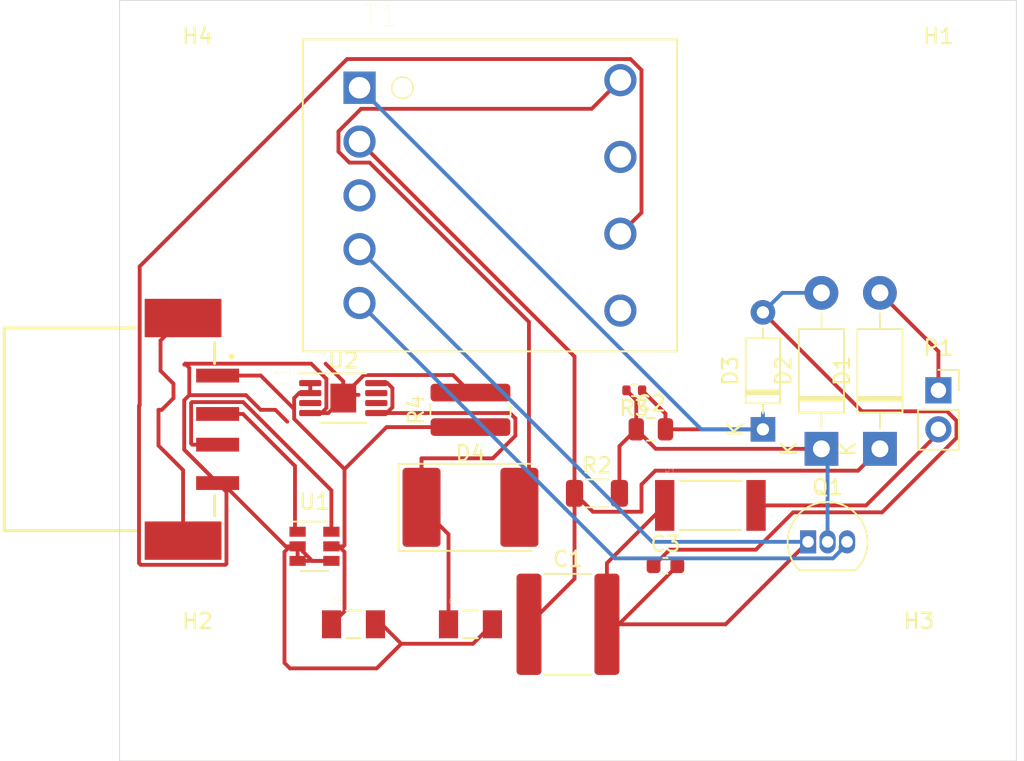
<source format=kicad_pcb>
(kicad_pcb (version 20171130) (host pcbnew "(5.1.9)-1")

  (general
    (thickness 1.6)
    (drawings 4)
    (tracks 174)
    (zones 0)
    (modules 23)
    (nets 21)
  )

  (page A4)
  (layers
    (0 F.Cu signal)
    (31 B.Cu signal)
    (32 B.Adhes user)
    (33 F.Adhes user)
    (34 B.Paste user)
    (35 F.Paste user)
    (36 B.SilkS user)
    (37 F.SilkS user)
    (38 B.Mask user)
    (39 F.Mask user)
    (40 Dwgs.User user)
    (41 Cmts.User user)
    (42 Eco1.User user)
    (43 Eco2.User user)
    (44 Edge.Cuts user)
    (45 Margin user)
    (46 B.CrtYd user)
    (47 F.CrtYd user)
    (48 B.Fab user)
    (49 F.Fab user)
  )

  (setup
    (last_trace_width 0.25)
    (trace_clearance 0.2)
    (zone_clearance 0.508)
    (zone_45_only no)
    (trace_min 0.2)
    (via_size 0.8)
    (via_drill 0.4)
    (via_min_size 0.4)
    (via_min_drill 0.3)
    (uvia_size 0.3)
    (uvia_drill 0.1)
    (uvias_allowed no)
    (uvia_min_size 0.2)
    (uvia_min_drill 0.1)
    (edge_width 0.05)
    (segment_width 0.2)
    (pcb_text_width 0.3)
    (pcb_text_size 1.5 1.5)
    (mod_edge_width 0.12)
    (mod_text_size 1 1)
    (mod_text_width 0.15)
    (pad_size 1.524 1.524)
    (pad_drill 0.762)
    (pad_to_mask_clearance 0)
    (aux_axis_origin 0 0)
    (visible_elements 7FFFFFFF)
    (pcbplotparams
      (layerselection 0x010fc_ffffffff)
      (usegerberextensions false)
      (usegerberattributes true)
      (usegerberadvancedattributes true)
      (creategerberjobfile true)
      (excludeedgelayer true)
      (linewidth 0.100000)
      (plotframeref false)
      (viasonmask false)
      (mode 1)
      (useauxorigin false)
      (hpglpennumber 1)
      (hpglpenspeed 20)
      (hpglpendiameter 15.000000)
      (psnegative false)
      (psa4output false)
      (plotreference true)
      (plotvalue true)
      (plotinvisibletext false)
      (padsonsilk false)
      (subtractmaskfromsilk false)
      (outputformat 1)
      (mirror false)
      (drillshape 0)
      (scaleselection 1)
      (outputdirectory ""))
  )

  (net 0 "")
  (net 1 "Net-(C1-Pad2)")
  (net 2 "Net-(C1-Pad1)")
  (net 3 "Net-(C2-Pad2)")
  (net 4 "Net-(C2-Pad1)")
  (net 5 "Net-(C3-Pad1)")
  (net 6 "Net-(C4-Pad2)")
  (net 7 "Net-(C4-Pad1)")
  (net 8 "Net-(D1-Pad2)")
  (net 9 "Net-(D4-Pad2)")
  (net 10 "Net-(P1-Pad2)")
  (net 11 "Net-(Q1-Pad3)")
  (net 12 "Net-(J1-PadS1)")
  (net 13 "Net-(J1-Pad03)")
  (net 14 "Net-(J1-Pad02)")
  (net 15 "Net-(T1-Pad6)")
  (net 16 "Net-(T1-Pad8)")
  (net 17 "Net-(C5-Pad1)")
  (net 18 "Net-(U2-Pad7)")
  (net 19 "Net-(U2-Pad6)")
  (net 20 "Net-(U2-Pad3)")

  (net_class Default "This is the default net class."
    (clearance 0.2)
    (trace_width 0.25)
    (via_dia 0.8)
    (via_drill 0.4)
    (uvia_dia 0.3)
    (uvia_drill 0.1)
    (add_net "Net-(C1-Pad1)")
    (add_net "Net-(C1-Pad2)")
    (add_net "Net-(C2-Pad1)")
    (add_net "Net-(C2-Pad2)")
    (add_net "Net-(C3-Pad1)")
    (add_net "Net-(C4-Pad1)")
    (add_net "Net-(C4-Pad2)")
    (add_net "Net-(C5-Pad1)")
    (add_net "Net-(D1-Pad2)")
    (add_net "Net-(D4-Pad2)")
    (add_net "Net-(J1-Pad02)")
    (add_net "Net-(J1-Pad03)")
    (add_net "Net-(J1-PadS1)")
    (add_net "Net-(P1-Pad2)")
    (add_net "Net-(Q1-Pad3)")
    (add_net "Net-(T1-Pad6)")
    (add_net "Net-(T1-Pad8)")
    (add_net "Net-(U2-Pad3)")
    (add_net "Net-(U2-Pad6)")
    (add_net "Net-(U2-Pad7)")
  )

  (module Package_SO:MSOP-8-1EP_3x3mm_P0.65mm_EP1.68x1.88mm (layer F.Cu) (tedit 5DC5FE75) (tstamp 603A1AA8)
    (at 130.145001 83.055001)
    (descr "MSOP, 8 Pin (https://www.analog.com/media/en/technical-documentation/data-sheets/4440fb.pdf#page=13), generated with kicad-footprint-generator ipc_gullwing_generator.py")
    (tags "MSOP SO")
    (path /603A1F82)
    (attr smd)
    (fp_text reference U2 (at 0 -2.45) (layer F.SilkS)
      (effects (font (size 1 1) (thickness 0.15)))
    )
    (fp_text value LT3010-5 (at 0 2.45) (layer F.Fab)
      (effects (font (size 1 1) (thickness 0.15)))
    )
    (fp_text user %R (at 0 0) (layer F.Fab)
      (effects (font (size 0.75 0.75) (thickness 0.11)))
    )
    (fp_line (start 0 1.61) (end 1.5 1.61) (layer F.SilkS) (width 0.12))
    (fp_line (start 0 1.61) (end -1.5 1.61) (layer F.SilkS) (width 0.12))
    (fp_line (start 0 -1.61) (end 1.5 -1.61) (layer F.SilkS) (width 0.12))
    (fp_line (start 0 -1.61) (end -2.875 -1.61) (layer F.SilkS) (width 0.12))
    (fp_line (start -0.75 -1.5) (end 1.5 -1.5) (layer F.Fab) (width 0.1))
    (fp_line (start 1.5 -1.5) (end 1.5 1.5) (layer F.Fab) (width 0.1))
    (fp_line (start 1.5 1.5) (end -1.5 1.5) (layer F.Fab) (width 0.1))
    (fp_line (start -1.5 1.5) (end -1.5 -0.75) (layer F.Fab) (width 0.1))
    (fp_line (start -1.5 -0.75) (end -0.75 -1.5) (layer F.Fab) (width 0.1))
    (fp_line (start -3.12 -1.75) (end -3.12 1.75) (layer F.CrtYd) (width 0.05))
    (fp_line (start -3.12 1.75) (end 3.12 1.75) (layer F.CrtYd) (width 0.05))
    (fp_line (start 3.12 1.75) (end 3.12 -1.75) (layer F.CrtYd) (width 0.05))
    (fp_line (start 3.12 -1.75) (end -3.12 -1.75) (layer F.CrtYd) (width 0.05))
    (pad "" smd roundrect (at 0.42 0.47) (size 0.68 0.76) (layers F.Paste) (roundrect_rratio 0.25))
    (pad "" smd roundrect (at 0.42 -0.47) (size 0.68 0.76) (layers F.Paste) (roundrect_rratio 0.25))
    (pad "" smd roundrect (at -0.42 0.47) (size 0.68 0.76) (layers F.Paste) (roundrect_rratio 0.25))
    (pad "" smd roundrect (at -0.42 -0.47) (size 0.68 0.76) (layers F.Paste) (roundrect_rratio 0.25))
    (pad 9 smd rect (at 0 0) (size 1.68 1.88) (layers F.Cu F.Mask)
      (net 6 "Net-(C4-Pad2)"))
    (pad 8 smd roundrect (at 2.15 -0.975) (size 1.45 0.4) (layers F.Cu F.Paste F.Mask) (roundrect_rratio 0.25)
      (net 7 "Net-(C4-Pad1)"))
    (pad 7 smd roundrect (at 2.15 -0.325) (size 1.45 0.4) (layers F.Cu F.Paste F.Mask) (roundrect_rratio 0.25)
      (net 18 "Net-(U2-Pad7)"))
    (pad 6 smd roundrect (at 2.15 0.325) (size 1.45 0.4) (layers F.Cu F.Paste F.Mask) (roundrect_rratio 0.25)
      (net 19 "Net-(U2-Pad6)"))
    (pad 5 smd roundrect (at 2.15 0.975) (size 1.45 0.4) (layers F.Cu F.Paste F.Mask) (roundrect_rratio 0.25)
      (net 7 "Net-(C4-Pad1)"))
    (pad 4 smd roundrect (at -2.15 0.975) (size 1.45 0.4) (layers F.Cu F.Paste F.Mask) (roundrect_rratio 0.25)
      (net 6 "Net-(C4-Pad2)"))
    (pad 3 smd roundrect (at -2.15 0.325) (size 1.45 0.4) (layers F.Cu F.Paste F.Mask) (roundrect_rratio 0.25)
      (net 20 "Net-(U2-Pad3)"))
    (pad 2 smd roundrect (at -2.15 -0.325) (size 1.45 0.4) (layers F.Cu F.Paste F.Mask) (roundrect_rratio 0.25)
      (net 17 "Net-(C5-Pad1)"))
    (pad 1 smd roundrect (at -2.15 -0.975) (size 1.45 0.4) (layers F.Cu F.Paste F.Mask) (roundrect_rratio 0.25)
      (net 17 "Net-(C5-Pad1)"))
    (model ${KISYS3DMOD}/Package_SO.3dshapes/MSOP-8-1EP_3x3mm_P0.65mm_EP1.68x1.88mm.wrl
      (at (xyz 0 0 0))
      (scale (xyz 1 1 1))
      (rotate (xyz 0 0 0))
    )
  )

  (module Resistor_SMD:R_1020_2550Metric (layer F.Cu) (tedit 5F68FEEE) (tstamp 603A1AF4)
    (at 138.43 83.82 90)
    (descr "Resistor SMD 1020 (2550 Metric), square (rectangular) end terminal, IPC_7351 nominal, (Body size source: https://www.vishay.com/docs/20019/rcwe.pdf), generated with kicad-footprint-generator")
    (tags resistor)
    (path /603A767A)
    (attr smd)
    (fp_text reference R4 (at 0 -3.55 90) (layer F.SilkS)
      (effects (font (size 1 1) (thickness 0.15)))
    )
    (fp_text value 1Meg (at 0 3.55 90) (layer F.Fab)
      (effects (font (size 1 1) (thickness 0.15)))
    )
    (fp_text user %R (at 0 0 90) (layer F.Fab)
      (effects (font (size 0.62 0.62) (thickness 0.09)))
    )
    (fp_line (start -1.25 2.5) (end -1.25 -2.5) (layer F.Fab) (width 0.1))
    (fp_line (start -1.25 -2.5) (end 1.25 -2.5) (layer F.Fab) (width 0.1))
    (fp_line (start 1.25 -2.5) (end 1.25 2.5) (layer F.Fab) (width 0.1))
    (fp_line (start 1.25 2.5) (end -1.25 2.5) (layer F.Fab) (width 0.1))
    (fp_line (start -0.361252 -2.61) (end 0.361252 -2.61) (layer F.SilkS) (width 0.12))
    (fp_line (start -0.361252 2.61) (end 0.361252 2.61) (layer F.SilkS) (width 0.12))
    (fp_line (start -1.95 2.85) (end -1.95 -2.85) (layer F.CrtYd) (width 0.05))
    (fp_line (start -1.95 -2.85) (end 1.95 -2.85) (layer F.CrtYd) (width 0.05))
    (fp_line (start 1.95 -2.85) (end 1.95 2.85) (layer F.CrtYd) (width 0.05))
    (fp_line (start 1.95 2.85) (end -1.95 2.85) (layer F.CrtYd) (width 0.05))
    (pad 2 smd roundrect (at 1.125 0 90) (size 1.15 5.2) (layers F.Cu F.Paste F.Mask) (roundrect_rratio 0.217391)
      (net 6 "Net-(C4-Pad2)"))
    (pad 1 smd roundrect (at -1.125 0 90) (size 1.15 5.2) (layers F.Cu F.Paste F.Mask) (roundrect_rratio 0.217391)
      (net 17 "Net-(C5-Pad1)"))
    (model ${KISYS3DMOD}/Resistor_SMD.3dshapes/R_1020_2550Metric.wrl
      (at (xyz 0 0 0))
      (scale (xyz 1 1 1))
      (rotate (xyz 0 0 0))
    )
  )

  (module "750313739:5_THT_H_9PIN_EXT_(5280)" (layer F.Cu) (tedit 6039D995) (tstamp 603A1EE0)
    (at 139.7 69.85)
    (descr "Package Style: EE16/8/5<br>Mounting: THT<br>Pins: 9<br>Bobbin: 070-5280")
    (path /603A38A0)
    (fp_text reference T1 (at -7.112 -11.684) (layer F.SilkS)
      (effects (font (size 1.4 1.4) (thickness 0.015)))
    )
    (fp_text value 750313739 (at 7.493 11.43) (layer F.Fab)
      (effects (font (size 1 1) (thickness 0.015)))
    )
    (fp_circle (center -5.7023 -7.0104) (end -5.0038 -7.0104) (layer F.SilkS) (width 0.1))
    (fp_line (start 12.192 -10.16) (end 12.192 10.16) (layer F.SilkS) (width 0.127))
    (fp_line (start -12.192 -10.16) (end -12.192 10.16) (layer F.SilkS) (width 0.127))
    (fp_line (start -12.192 10.16) (end 12.192 10.16) (layer F.SilkS) (width 0.127))
    (fp_line (start -12.192 -10.16) (end 12.192 -10.16) (layer F.SilkS) (width 0.127))
    (fp_text user 9 (at 13.462 -6.8072) (layer F.Fab)
      (effects (font (size 1 1) (thickness 0.015)))
    )
    (fp_text user 6 (at 13.462 8.2042) (layer F.Fab)
      (effects (font (size 1 1) (thickness 0.015)))
    )
    (fp_text user 5 (at -13.462 7.7089) (layer F.Fab)
      (effects (font (size 1 1) (thickness 0.015)))
    )
    (fp_text user 1 (at -13.462 -6.3119) (layer F.Fab)
      (effects (font (size 1 1) (thickness 0.015)))
    )
    (pad 6 thru_hole circle (at 8.4963 7.5057) (size 2.0955 2.0955) (drill 1.397) (layers *.Cu *.Mask)
      (net 15 "Net-(T1-Pad6)"))
    (pad 7 thru_hole circle (at 8.4963 2.5019) (size 2.0955 2.0955) (drill 1.397) (layers *.Cu *.Mask)
      (net 6 "Net-(C4-Pad2)"))
    (pad 8 thru_hole circle (at 8.4963 -2.5019) (size 2.0955 2.0955) (drill 1.397) (layers *.Cu *.Mask)
      (net 16 "Net-(T1-Pad8)"))
    (pad 9 thru_hole circle (at 8.4963 -7.5057) (size 2.0955 2.0955) (drill 1.397) (layers *.Cu *.Mask)
      (net 9 "Net-(D4-Pad2)"))
    (pad 5 thru_hole circle (at -8.4963 7.0104) (size 2.0955 2.0955) (drill 1.397) (layers *.Cu *.Mask)
      (net 11 "Net-(Q1-Pad3)"))
    (pad 4 thru_hole circle (at -8.4963 3.5052) (size 2.0955 2.0955) (drill 1.397) (layers *.Cu *.Mask)
      (net 1 "Net-(C1-Pad2)"))
    (pad 3 thru_hole circle (at -8.4963 0) (size 2.0955 2.0955) (drill 1.397) (layers *.Cu *.Mask))
    (pad 2 thru_hole circle (at -8.4963 -3.5052) (size 2.0955 2.0955) (drill 1.397) (layers *.Cu *.Mask)
      (net 2 "Net-(C1-Pad1)"))
    (pad 1 thru_hole rect (at -8.4963 -7.0104) (size 2.0955 2.0955) (drill 1.397) (layers *.Cu *.Mask)
      (net 3 "Net-(C2-Pad2)"))
    (model "${KIPRJMOD}/User Library-transformer-1.step"
      (offset (xyz 12 0 10))
      (scale (xyz 0.5 0.6 0.5))
      (rotate (xyz 0 180 90))
    )
    (model "${KIPRJMOD}/750313739/User Library-transformer-1.step"
      (offset (xyz 13 0 10))
      (scale (xyz 0.5 0.58 0.5))
      (rotate (xyz 0 180 90))
    )
  )

  (module GRM31A7U2J330JW31D:CAPC3216X100N (layer F.Cu) (tedit 6039D4CB) (tstamp 603A39E1)
    (at 130.81 97.79)
    (path /603BCE05)
    (fp_text reference C5 (at -1.06 -1.5) (layer F.SilkS)
      (effects (font (size 0.393701 0.393701) (thickness 0.015)))
    )
    (fp_text value 1u (at 0.94 1.5) (layer F.Fab)
      (effects (font (size 0.393701 0.393701) (thickness 0.015)))
    )
    (fp_line (start 2.308 1.158) (end 2.308 -1.158) (layer F.CrtYd) (width 0.05))
    (fp_line (start -2.308 1.158) (end -2.308 -1.158) (layer F.CrtYd) (width 0.05))
    (fp_line (start -2.308 -1.158) (end 2.308 -1.158) (layer F.CrtYd) (width 0.05))
    (fp_line (start -2.308 1.158) (end 2.308 1.158) (layer F.CrtYd) (width 0.05))
    (fp_line (start -0.48 0.9) (end 0.48 0.9) (layer F.SilkS) (width 0.127))
    (fp_line (start -0.48 -0.9) (end 0.48 -0.9) (layer F.SilkS) (width 0.127))
    (fp_line (start -1.7 0.9) (end -1.7 -0.9) (layer F.Fab) (width 0.127))
    (fp_line (start 1.7 0.9) (end 1.7 -0.9) (layer F.Fab) (width 0.127))
    (fp_line (start 1.7 -0.9) (end -1.7 -0.9) (layer F.Fab) (width 0.127))
    (fp_line (start 1.7 0.9) (end -1.7 0.9) (layer F.Fab) (width 0.127))
    (pad 2 smd rect (at 1.43 0) (size 1.25 1.82) (layers F.Cu F.Paste F.Mask)
      (net 6 "Net-(C4-Pad2)"))
    (pad 1 smd rect (at -1.43 0) (size 1.25 1.82) (layers F.Cu F.Paste F.Mask)
      (net 17 "Net-(C5-Pad1)"))
    (model ${KIPRJMOD}/GRM31A7U2J330JW31D/GRM31A7U2J330JW31D.step
      (at (xyz 0 0 0))
      (scale (xyz 1 1 1))
      (rotate (xyz -90 0 0))
    )
  )

  (module GRM31A7U2J330JW31D:CAPC3216X100N (layer F.Cu) (tedit 6039D4CB) (tstamp 6039706E)
    (at 138.43 97.79)
    (path /60377E5B)
    (fp_text reference C4 (at -1.06 -1.5) (layer F.SilkS)
      (effects (font (size 0.393701 0.393701) (thickness 0.015)))
    )
    (fp_text value 470u (at 0.94 1.5) (layer F.Fab)
      (effects (font (size 0.393701 0.393701) (thickness 0.015)))
    )
    (fp_line (start 2.308 1.158) (end 2.308 -1.158) (layer F.CrtYd) (width 0.05))
    (fp_line (start -2.308 1.158) (end -2.308 -1.158) (layer F.CrtYd) (width 0.05))
    (fp_line (start -2.308 -1.158) (end 2.308 -1.158) (layer F.CrtYd) (width 0.05))
    (fp_line (start -2.308 1.158) (end 2.308 1.158) (layer F.CrtYd) (width 0.05))
    (fp_line (start -0.48 0.9) (end 0.48 0.9) (layer F.SilkS) (width 0.127))
    (fp_line (start -0.48 -0.9) (end 0.48 -0.9) (layer F.SilkS) (width 0.127))
    (fp_line (start -1.7 0.9) (end -1.7 -0.9) (layer F.Fab) (width 0.127))
    (fp_line (start 1.7 0.9) (end 1.7 -0.9) (layer F.Fab) (width 0.127))
    (fp_line (start 1.7 -0.9) (end -1.7 -0.9) (layer F.Fab) (width 0.127))
    (fp_line (start 1.7 0.9) (end -1.7 0.9) (layer F.Fab) (width 0.127))
    (pad 2 smd rect (at 1.43 0) (size 1.25 1.82) (layers F.Cu F.Paste F.Mask)
      (net 6 "Net-(C4-Pad2)"))
    (pad 1 smd rect (at -1.43 0) (size 1.25 1.82) (layers F.Cu F.Paste F.Mask)
      (net 7 "Net-(C4-Pad1)"))
    (model ${KIPRJMOD}/GRM31A7U2J330JW31D/GRM31A7U2J330JW31D.step
      (at (xyz 0 0 0))
      (scale (xyz 1 1 1))
      (rotate (xyz -90 0 0))
    )
  )

  (module MountingHole:MountingHole_2.2mm_M2_ISO7380 (layer F.Cu) (tedit 56D1B4CB) (tstamp 60393FF9)
    (at 120.65 62.23)
    (descr "Mounting Hole 2.2mm, no annular, M2, ISO7380")
    (tags "mounting hole 2.2mm no annular m2 iso7380")
    (path /60394284)
    (attr virtual)
    (fp_text reference H4 (at 0 -2.75) (layer F.SilkS)
      (effects (font (size 1 1) (thickness 0.15)))
    )
    (fp_text value MountingHole (at 0 2.75) (layer F.Fab)
      (effects (font (size 1 1) (thickness 0.15)))
    )
    (fp_circle (center 0 0) (end 2 0) (layer F.CrtYd) (width 0.05))
    (fp_circle (center 0 0) (end 1.75 0) (layer Cmts.User) (width 0.15))
    (fp_text user %R (at 0.3 0) (layer F.Fab)
      (effects (font (size 1 1) (thickness 0.15)))
    )
    (pad 1 np_thru_hole circle (at 0 0) (size 2.2 2.2) (drill 2.2) (layers *.Cu *.Mask))
  )

  (module MountingHole:MountingHole_2.2mm_M2_ISO7380 (layer F.Cu) (tedit 56D1B4CB) (tstamp 60393FF1)
    (at 167.64 100.33)
    (descr "Mounting Hole 2.2mm, no annular, M2, ISO7380")
    (tags "mounting hole 2.2mm no annular m2 iso7380")
    (path /6038EEBC)
    (attr virtual)
    (fp_text reference H3 (at 0 -2.75) (layer F.SilkS)
      (effects (font (size 1 1) (thickness 0.15)))
    )
    (fp_text value MountingHole (at 0 2.75) (layer F.Fab)
      (effects (font (size 1 1) (thickness 0.15)))
    )
    (fp_circle (center 0 0) (end 2 0) (layer F.CrtYd) (width 0.05))
    (fp_circle (center 0 0) (end 1.75 0) (layer Cmts.User) (width 0.15))
    (fp_text user %R (at 0.3 0) (layer F.Fab)
      (effects (font (size 1 1) (thickness 0.15)))
    )
    (pad 1 np_thru_hole circle (at 0 0) (size 2.2 2.2) (drill 2.2) (layers *.Cu *.Mask))
  )

  (module MountingHole:MountingHole_2.2mm_M2_ISO7380 (layer F.Cu) (tedit 56D1B4CB) (tstamp 60393FE9)
    (at 120.65 100.33)
    (descr "Mounting Hole 2.2mm, no annular, M2, ISO7380")
    (tags "mounting hole 2.2mm no annular m2 iso7380")
    (path /603921A3)
    (attr virtual)
    (fp_text reference H2 (at 0 -2.75) (layer F.SilkS)
      (effects (font (size 1 1) (thickness 0.15)))
    )
    (fp_text value MountingHole (at 0 2.75) (layer F.Fab)
      (effects (font (size 1 1) (thickness 0.15)))
    )
    (fp_circle (center 0 0) (end 2 0) (layer F.CrtYd) (width 0.05))
    (fp_circle (center 0 0) (end 1.75 0) (layer Cmts.User) (width 0.15))
    (fp_text user %R (at 0.3 0) (layer F.Fab)
      (effects (font (size 1 1) (thickness 0.15)))
    )
    (pad 1 np_thru_hole circle (at 0 0) (size 2.2 2.2) (drill 2.2) (layers *.Cu *.Mask))
  )

  (module MountingHole:MountingHole_2.2mm_M2_ISO7380 (layer F.Cu) (tedit 56D1B4CB) (tstamp 60393FE1)
    (at 168.91 62.23)
    (descr "Mounting Hole 2.2mm, no annular, M2, ISO7380")
    (tags "mounting hole 2.2mm no annular m2 iso7380")
    (path /60393228)
    (attr virtual)
    (fp_text reference H1 (at 0 -2.75) (layer F.SilkS)
      (effects (font (size 1 1) (thickness 0.15)))
    )
    (fp_text value MountingHole (at 0 2.75) (layer F.Fab)
      (effects (font (size 1 1) (thickness 0.15)))
    )
    (fp_circle (center 0 0) (end 2 0) (layer F.CrtYd) (width 0.05))
    (fp_circle (center 0 0) (end 1.75 0) (layer Cmts.User) (width 0.15))
    (fp_text user %R (at 0.3 0) (layer F.Fab)
      (effects (font (size 1 1) (thickness 0.15)))
    )
    (pad 1 np_thru_hole circle (at 0 0) (size 2.2 2.2) (drill 2.2) (layers *.Cu *.Mask))
  )

  (module USB-A-S-X-X-SM2:SAMTEC_USB-A-S-X-X-SM2 (layer F.Cu) (tedit 603782C5) (tstamp 603970FE)
    (at 118.11 85.09 270)
    (path /6038DD6A)
    (fp_text reference J1 (at -3.325 -8.135 90) (layer F.SilkS)
      (effects (font (size 1 1) (thickness 0.015)))
    )
    (fp_text value USB-A-S-X-X-SM2 (at 7.47 -6.635 90) (layer F.Fab)
      (effects (font (size 1 1) (thickness 0.015)))
    )
    (fp_line (start 6.6 10.05) (end -6.6 10.05) (layer F.Fab) (width 0.1))
    (fp_line (start -6.6 10.05) (end -6.6 -3.65) (layer F.Fab) (width 0.1))
    (fp_line (start -6.6 -3.65) (end 6.6 -3.65) (layer F.Fab) (width 0.1))
    (fp_line (start 6.6 -3.65) (end 6.6 10.05) (layer F.Fab) (width 0.1))
    (fp_line (start -6.6 10.05) (end -6.6 1.5) (layer F.SilkS) (width 0.2))
    (fp_line (start 6.6 1.5) (end 6.6 10.05) (layer F.SilkS) (width 0.2))
    (fp_line (start 6.6 10.05) (end -6.6 10.05) (layer F.SilkS) (width 0.2))
    (fp_line (start 6.85 10.3) (end -6.85 10.3) (layer F.CrtYd) (width 0.05))
    (fp_line (start -6.85 10.3) (end -6.85 1.15) (layer F.CrtYd) (width 0.05))
    (fp_line (start -6.85 1.15) (end -8.75 1.15) (layer F.CrtYd) (width 0.05))
    (fp_line (start -8.75 1.15) (end -8.75 -5.5) (layer F.CrtYd) (width 0.05))
    (fp_line (start -8.75 -5.5) (end 8.75 -5.5) (layer F.CrtYd) (width 0.05))
    (fp_line (start 8.75 -5.5) (end 8.75 1.15) (layer F.CrtYd) (width 0.05))
    (fp_line (start 8.75 1.15) (end 6.85 1.15) (layer F.CrtYd) (width 0.05))
    (fp_line (start 6.85 1.15) (end 6.85 10.3) (layer F.CrtYd) (width 0.05))
    (fp_circle (center -4.75 -4.75) (end -4.65 -4.75) (layer F.SilkS) (width 0.2))
    (fp_circle (center -4.75 -4.75) (end -4.65 -4.75) (layer F.Fab) (width 0.2))
    (fp_line (start -5.65 -3.65) (end -4.3 -3.65) (layer F.SilkS) (width 0.2))
    (fp_line (start 4.3 -3.65) (end 5.65 -3.65) (layer F.SilkS) (width 0.2))
    (fp_text user PCB~EDGE (at -3.5 9.5 90) (layer F.Fab)
      (effects (font (size 0.8 0.8) (thickness 0.015)))
    )
    (pad S2 smd rect (at 7.25 -1.6 270) (size 2.5 5) (layers F.Cu F.Paste F.Mask)
      (net 12 "Net-(J1-PadS1)"))
    (pad S1 smd rect (at -7.25 -1.6 270) (size 2.5 5) (layers F.Cu F.Paste F.Mask)
      (net 12 "Net-(J1-PadS1)"))
    (pad 03 smd rect (at 1 -3.85 270) (size 0.9 2.8) (layers F.Cu F.Paste F.Mask)
      (net 13 "Net-(J1-Pad03)"))
    (pad 01 smd rect (at -3.5 -3.85 270) (size 0.9 2.8) (layers F.Cu F.Paste F.Mask)
      (net 17 "Net-(C5-Pad1)"))
    (pad 02 smd rect (at -1 -3.85 270) (size 0.9 2.8) (layers F.Cu F.Paste F.Mask)
      (net 14 "Net-(J1-Pad02)"))
    (pad 04 smd rect (at 3.5 -3.85 270) (size 0.9 2.8) (layers F.Cu F.Paste F.Mask)
      (net 6 "Net-(C4-Pad2)"))
    (pad None np_thru_hole circle (at 2.5 0 270) (size 1.3 1.3) (drill 1.3) (layers *.Cu *.Mask))
    (pad None np_thru_hole circle (at -2.5 0 270) (size 1.3 1.3) (drill 1.3) (layers *.Cu *.Mask))
    (model ${KIPRJMOD}/USB-A-S-X-X-SM2/USB-A-S-X-X-SM2.step
      (at (xyz 0 0 0))
      (scale (xyz 1 1 1))
      (rotate (xyz -90 0 0))
    )
  )

  (module TL3AR005F:RESC6432X60N (layer F.Cu) (tedit 603782DA) (tstamp 60397136)
    (at 154.056 90.046)
    (path /60353FC0)
    (fp_text reference R1 (at -2.61 -2.2) (layer F.SilkS)
      (effects (font (size 0.393701 0.393701) (thickness 0.015)))
    )
    (fp_text value 6.8 (at -0.86 2.2) (layer F.Fab)
      (effects (font (size 0.393701 0.393701) (thickness 0.015)))
    )
    (fp_line (start 3.2 1.6) (end -3.2 1.6) (layer F.Fab) (width 0.127))
    (fp_line (start 3.2 -1.6) (end -3.2 -1.6) (layer F.Fab) (width 0.127))
    (fp_line (start 3.2 1.6) (end 3.2 -1.6) (layer F.Fab) (width 0.127))
    (fp_line (start -3.2 1.6) (end -3.2 -1.6) (layer F.Fab) (width 0.127))
    (fp_line (start -2.02 -1.6) (end 2.02 -1.6) (layer F.SilkS) (width 0.127))
    (fp_line (start -2.02 1.6) (end 2.02 1.6) (layer F.SilkS) (width 0.127))
    (fp_line (start -3.856 1.906) (end 3.856 1.906) (layer F.CrtYd) (width 0.05))
    (fp_line (start -3.856 -1.906) (end 3.856 -1.906) (layer F.CrtYd) (width 0.05))
    (fp_line (start -3.856 1.906) (end -3.856 -1.906) (layer F.CrtYd) (width 0.05))
    (fp_line (start 3.856 1.906) (end 3.856 -1.906) (layer F.CrtYd) (width 0.05))
    (pad 2 smd rect (at 2.975 0) (size 1.26 3.31) (layers F.Cu F.Paste F.Mask)
      (net 10 "Net-(P1-Pad2)"))
    (pad 1 smd rect (at -2.975 0) (size 1.26 3.31) (layers F.Cu F.Paste F.Mask)
      (net 1 "Net-(C1-Pad2)"))
    (model ${KIPRJMOD}/TL3AR005F/TL3AR005F.step
      (at (xyz 0 0 0))
      (scale (xyz 1 1 1))
      (rotate (xyz -90 0 0))
    )
  )

  (module Package_TO_SOT_SMD:SOT-23-6 (layer F.Cu) (tedit 5A02FF57) (tstamp 60397188)
    (at 128.27 92.71)
    (descr "6-pin SOT-23 package")
    (tags SOT-23-6)
    (path /60384618)
    (attr smd)
    (fp_text reference U1 (at 0 -2.9) (layer F.SilkS)
      (effects (font (size 1 1) (thickness 0.15)))
    )
    (fp_text value TPS2514 (at 0 2.9) (layer F.Fab)
      (effects (font (size 1 1) (thickness 0.15)))
    )
    (fp_line (start -0.9 1.61) (end 0.9 1.61) (layer F.SilkS) (width 0.12))
    (fp_line (start 0.9 -1.61) (end -1.55 -1.61) (layer F.SilkS) (width 0.12))
    (fp_line (start 1.9 -1.8) (end -1.9 -1.8) (layer F.CrtYd) (width 0.05))
    (fp_line (start 1.9 1.8) (end 1.9 -1.8) (layer F.CrtYd) (width 0.05))
    (fp_line (start -1.9 1.8) (end 1.9 1.8) (layer F.CrtYd) (width 0.05))
    (fp_line (start -1.9 -1.8) (end -1.9 1.8) (layer F.CrtYd) (width 0.05))
    (fp_line (start -0.9 -0.9) (end -0.25 -1.55) (layer F.Fab) (width 0.1))
    (fp_line (start 0.9 -1.55) (end -0.25 -1.55) (layer F.Fab) (width 0.1))
    (fp_line (start -0.9 -0.9) (end -0.9 1.55) (layer F.Fab) (width 0.1))
    (fp_line (start 0.9 1.55) (end -0.9 1.55) (layer F.Fab) (width 0.1))
    (fp_line (start 0.9 -1.55) (end 0.9 1.55) (layer F.Fab) (width 0.1))
    (fp_text user %R (at 0 0 90) (layer F.Fab)
      (effects (font (size 0.5 0.5) (thickness 0.075)))
    )
    (pad 5 smd rect (at 1.1 0) (size 1.06 0.65) (layers F.Cu F.Paste F.Mask)
      (net 17 "Net-(C5-Pad1)"))
    (pad 6 smd rect (at 1.1 -0.95) (size 1.06 0.65) (layers F.Cu F.Paste F.Mask)
      (net 13 "Net-(J1-Pad03)"))
    (pad 4 smd rect (at 1.1 0.95) (size 1.06 0.65) (layers F.Cu F.Paste F.Mask)
      (net 6 "Net-(C4-Pad2)"))
    (pad 3 smd rect (at -1.1 0.95) (size 1.06 0.65) (layers F.Cu F.Paste F.Mask)
      (net 6 "Net-(C4-Pad2)"))
    (pad 2 smd rect (at -1.1 0) (size 1.06 0.65) (layers F.Cu F.Paste F.Mask)
      (net 6 "Net-(C4-Pad2)"))
    (pad 1 smd rect (at -1.1 -0.95) (size 1.06 0.65) (layers F.Cu F.Paste F.Mask)
      (net 14 "Net-(J1-Pad02)"))
    (model ${KISYS3DMOD}/Package_TO_SOT_SMD.3dshapes/SOT-23-6.wrl
      (at (xyz 0 0 0))
      (scale (xyz 1 1 1))
      (rotate (xyz 0 0 0))
    )
  )

  (module Resistor_SMD:R_0402_1005Metric (layer F.Cu) (tedit 5F68FEEE) (tstamp 60397158)
    (at 149.1 82.55 180)
    (descr "Resistor SMD 0402 (1005 Metric), square (rectangular) end terminal, IPC_7351 nominal, (Body size source: IPC-SM-782 page 72, https://www.pcb-3d.com/wordpress/wp-content/uploads/ipc-sm-782a_amendment_1_and_2.pdf), generated with kicad-footprint-generator")
    (tags resistor)
    (path /6035B6EA)
    (attr smd)
    (fp_text reference R3 (at 0 -1.17) (layer F.SilkS)
      (effects (font (size 1 1) (thickness 0.15)))
    )
    (fp_text value 6.8k (at 0 1.17) (layer F.Fab)
      (effects (font (size 1 1) (thickness 0.15)))
    )
    (fp_line (start -0.525 0.27) (end -0.525 -0.27) (layer F.Fab) (width 0.1))
    (fp_line (start -0.525 -0.27) (end 0.525 -0.27) (layer F.Fab) (width 0.1))
    (fp_line (start 0.525 -0.27) (end 0.525 0.27) (layer F.Fab) (width 0.1))
    (fp_line (start 0.525 0.27) (end -0.525 0.27) (layer F.Fab) (width 0.1))
    (fp_line (start -0.153641 -0.38) (end 0.153641 -0.38) (layer F.SilkS) (width 0.12))
    (fp_line (start -0.153641 0.38) (end 0.153641 0.38) (layer F.SilkS) (width 0.12))
    (fp_line (start -0.93 0.47) (end -0.93 -0.47) (layer F.CrtYd) (width 0.05))
    (fp_line (start -0.93 -0.47) (end 0.93 -0.47) (layer F.CrtYd) (width 0.05))
    (fp_line (start 0.93 -0.47) (end 0.93 0.47) (layer F.CrtYd) (width 0.05))
    (fp_line (start 0.93 0.47) (end -0.93 0.47) (layer F.CrtYd) (width 0.05))
    (fp_text user %R (at 0 0) (layer F.Fab)
      (effects (font (size 0.26 0.26) (thickness 0.04)))
    )
    (pad 2 smd roundrect (at 0.51 0 180) (size 0.54 0.64) (layers F.Cu F.Paste F.Mask) (roundrect_rratio 0.25)
      (net 4 "Net-(C2-Pad1)"))
    (pad 1 smd roundrect (at -0.51 0 180) (size 0.54 0.64) (layers F.Cu F.Paste F.Mask) (roundrect_rratio 0.25)
      (net 3 "Net-(C2-Pad2)"))
    (model ${KISYS3DMOD}/Resistor_SMD.3dshapes/R_0402_1005Metric.wrl
      (at (xyz 0 0 0))
      (scale (xyz 1 1 1))
      (rotate (xyz 0 0 0))
    )
  )

  (module Resistor_SMD:R_1206_3216Metric (layer F.Cu) (tedit 5F68FEEE) (tstamp 60397147)
    (at 146.67 89.26)
    (descr "Resistor SMD 1206 (3216 Metric), square (rectangular) end terminal, IPC_7351 nominal, (Body size source: IPC-SM-782 page 72, https://www.pcb-3d.com/wordpress/wp-content/uploads/ipc-sm-782a_amendment_1_and_2.pdf), generated with kicad-footprint-generator")
    (tags resistor)
    (path /6035433A)
    (attr smd)
    (fp_text reference R2 (at 0 -1.82) (layer F.SilkS)
      (effects (font (size 1 1) (thickness 0.15)))
    )
    (fp_text value 1Meg (at 0 1.82) (layer F.Fab)
      (effects (font (size 1 1) (thickness 0.15)))
    )
    (fp_line (start -1.6 0.8) (end -1.6 -0.8) (layer F.Fab) (width 0.1))
    (fp_line (start -1.6 -0.8) (end 1.6 -0.8) (layer F.Fab) (width 0.1))
    (fp_line (start 1.6 -0.8) (end 1.6 0.8) (layer F.Fab) (width 0.1))
    (fp_line (start 1.6 0.8) (end -1.6 0.8) (layer F.Fab) (width 0.1))
    (fp_line (start -0.727064 -0.91) (end 0.727064 -0.91) (layer F.SilkS) (width 0.12))
    (fp_line (start -0.727064 0.91) (end 0.727064 0.91) (layer F.SilkS) (width 0.12))
    (fp_line (start -2.28 1.12) (end -2.28 -1.12) (layer F.CrtYd) (width 0.05))
    (fp_line (start -2.28 -1.12) (end 2.28 -1.12) (layer F.CrtYd) (width 0.05))
    (fp_line (start 2.28 -1.12) (end 2.28 1.12) (layer F.CrtYd) (width 0.05))
    (fp_line (start 2.28 1.12) (end -2.28 1.12) (layer F.CrtYd) (width 0.05))
    (fp_text user %R (at 0 0) (layer F.Fab)
      (effects (font (size 0.8 0.8) (thickness 0.12)))
    )
    (pad 2 smd roundrect (at 1.4625 0) (size 1.125 1.75) (layers F.Cu F.Paste F.Mask) (roundrect_rratio 0.2222213333333333)
      (net 4 "Net-(C2-Pad1)"))
    (pad 1 smd roundrect (at -1.4625 0) (size 1.125 1.75) (layers F.Cu F.Paste F.Mask) (roundrect_rratio 0.2222213333333333)
      (net 2 "Net-(C1-Pad1)"))
    (model ${KISYS3DMOD}/Resistor_SMD.3dshapes/R_1206_3216Metric.wrl
      (at (xyz 0 0 0))
      (scale (xyz 1 1 1))
      (rotate (xyz 0 0 0))
    )
  )

  (module Package_TO_SOT_THT:TO-92_Inline (layer F.Cu) (tedit 5A1DD157) (tstamp 60397126)
    (at 160.42 92.42)
    (descr "TO-92 leads in-line, narrow, oval pads, drill 0.75mm (see NXP sot054_po.pdf)")
    (tags "to-92 sc-43 sc-43a sot54 PA33 transistor")
    (path /6035B10A)
    (fp_text reference Q1 (at 1.27 -3.56) (layer F.SilkS)
      (effects (font (size 1 1) (thickness 0.15)))
    )
    (fp_text value 2N3904 (at 1.27 2.79) (layer F.Fab)
      (effects (font (size 1 1) (thickness 0.15)))
    )
    (fp_line (start -0.53 1.85) (end 3.07 1.85) (layer F.SilkS) (width 0.12))
    (fp_line (start -0.5 1.75) (end 3 1.75) (layer F.Fab) (width 0.1))
    (fp_line (start -1.46 -2.73) (end 4 -2.73) (layer F.CrtYd) (width 0.05))
    (fp_line (start -1.46 -2.73) (end -1.46 2.01) (layer F.CrtYd) (width 0.05))
    (fp_line (start 4 2.01) (end 4 -2.73) (layer F.CrtYd) (width 0.05))
    (fp_line (start 4 2.01) (end -1.46 2.01) (layer F.CrtYd) (width 0.05))
    (fp_arc (start 1.27 0) (end 1.27 -2.6) (angle 135) (layer F.SilkS) (width 0.12))
    (fp_arc (start 1.27 0) (end 1.27 -2.48) (angle -135) (layer F.Fab) (width 0.1))
    (fp_arc (start 1.27 0) (end 1.27 -2.6) (angle -135) (layer F.SilkS) (width 0.12))
    (fp_arc (start 1.27 0) (end 1.27 -2.48) (angle 135) (layer F.Fab) (width 0.1))
    (fp_text user %R (at 1.27 0) (layer F.Fab)
      (effects (font (size 1 1) (thickness 0.15)))
    )
    (pad 1 thru_hole rect (at 0 0) (size 1.05 1.5) (drill 0.75) (layers *.Cu *.Mask)
      (net 1 "Net-(C1-Pad2)"))
    (pad 3 thru_hole oval (at 2.54 0) (size 1.05 1.5) (drill 0.75) (layers *.Cu *.Mask)
      (net 11 "Net-(Q1-Pad3)"))
    (pad 2 thru_hole oval (at 1.27 0) (size 1.05 1.5) (drill 0.75) (layers *.Cu *.Mask)
      (net 4 "Net-(C2-Pad1)"))
    (model ${KISYS3DMOD}/Package_TO_SOT_THT.3dshapes/TO-92_Inline.wrl
      (at (xyz 0 0 0))
      (scale (xyz 1 1 1))
      (rotate (xyz 0 0 0))
    )
  )

  (module Connector_PinSocket_2.54mm:PinSocket_1x02_P2.54mm_Vertical (layer F.Cu) (tedit 5A19A420) (tstamp 60397114)
    (at 168.91 82.55)
    (descr "Through hole straight socket strip, 1x02, 2.54mm pitch, single row (from Kicad 4.0.7), script generated")
    (tags "Through hole socket strip THT 1x02 2.54mm single row")
    (path /6037B6AB)
    (fp_text reference P1 (at 0 -2.77) (layer F.SilkS)
      (effects (font (size 1 1) (thickness 0.15)))
    )
    (fp_text value Conn_WallPlug (at 0 5.31) (layer F.Fab)
      (effects (font (size 1 1) (thickness 0.15)))
    )
    (fp_line (start -1.27 -1.27) (end 0.635 -1.27) (layer F.Fab) (width 0.1))
    (fp_line (start 0.635 -1.27) (end 1.27 -0.635) (layer F.Fab) (width 0.1))
    (fp_line (start 1.27 -0.635) (end 1.27 3.81) (layer F.Fab) (width 0.1))
    (fp_line (start 1.27 3.81) (end -1.27 3.81) (layer F.Fab) (width 0.1))
    (fp_line (start -1.27 3.81) (end -1.27 -1.27) (layer F.Fab) (width 0.1))
    (fp_line (start -1.33 1.27) (end 1.33 1.27) (layer F.SilkS) (width 0.12))
    (fp_line (start -1.33 1.27) (end -1.33 3.87) (layer F.SilkS) (width 0.12))
    (fp_line (start -1.33 3.87) (end 1.33 3.87) (layer F.SilkS) (width 0.12))
    (fp_line (start 1.33 1.27) (end 1.33 3.87) (layer F.SilkS) (width 0.12))
    (fp_line (start 1.33 -1.33) (end 1.33 0) (layer F.SilkS) (width 0.12))
    (fp_line (start 0 -1.33) (end 1.33 -1.33) (layer F.SilkS) (width 0.12))
    (fp_line (start -1.8 -1.8) (end 1.75 -1.8) (layer F.CrtYd) (width 0.05))
    (fp_line (start 1.75 -1.8) (end 1.75 4.3) (layer F.CrtYd) (width 0.05))
    (fp_line (start 1.75 4.3) (end -1.8 4.3) (layer F.CrtYd) (width 0.05))
    (fp_line (start -1.8 4.3) (end -1.8 -1.8) (layer F.CrtYd) (width 0.05))
    (fp_text user %R (at 0 1.27 90) (layer F.Fab)
      (effects (font (size 1 1) (thickness 0.15)))
    )
    (pad 2 thru_hole oval (at 0 2.54) (size 1.7 1.7) (drill 1) (layers *.Cu *.Mask)
      (net 10 "Net-(P1-Pad2)"))
    (pad 1 thru_hole rect (at 0 0) (size 1.7 1.7) (drill 1) (layers *.Cu *.Mask)
      (net 8 "Net-(D1-Pad2)"))
    (model ${KISYS3DMOD}/Connector_PinSocket_2.54mm.3dshapes/PinSocket_1x02_P2.54mm_Vertical.wrl
      (at (xyz 0 0 0))
      (scale (xyz 1 1 1))
      (rotate (xyz 0 0 0))
    )
  )

  (module Diode_SMD:D_3220_8050Metric (layer F.Cu) (tedit 5F68FEF0) (tstamp 603970DE)
    (at 138.43 90.17)
    (descr "Diode SMD 3220 (8050 Metric), square (rectangular) end terminal, IPC_7351 nominal, (Body size from: http://datasheets.avx.com/schottky.pdf), generated with kicad-footprint-generator")
    (tags diode)
    (path /60376FE9)
    (attr smd)
    (fp_text reference D4 (at 0 -3.52) (layer F.SilkS)
      (effects (font (size 1 1) (thickness 0.15)))
    )
    (fp_text value D_Schottky (at 0 3.52) (layer F.Fab)
      (effects (font (size 1 1) (thickness 0.15)))
    )
    (fp_line (start 4 -2.5) (end -3 -2.5) (layer F.Fab) (width 0.1))
    (fp_line (start -3 -2.5) (end -4 -1.5) (layer F.Fab) (width 0.1))
    (fp_line (start -4 -1.5) (end -4 2.5) (layer F.Fab) (width 0.1))
    (fp_line (start -4 2.5) (end 4 2.5) (layer F.Fab) (width 0.1))
    (fp_line (start 4 2.5) (end 4 -2.5) (layer F.Fab) (width 0.1))
    (fp_line (start 4 -2.835) (end -4.685 -2.835) (layer F.SilkS) (width 0.12))
    (fp_line (start -4.685 -2.835) (end -4.685 2.835) (layer F.SilkS) (width 0.12))
    (fp_line (start -4.685 2.835) (end 4 2.835) (layer F.SilkS) (width 0.12))
    (fp_line (start -4.68 2.82) (end -4.68 -2.82) (layer F.CrtYd) (width 0.05))
    (fp_line (start -4.68 -2.82) (end 4.68 -2.82) (layer F.CrtYd) (width 0.05))
    (fp_line (start 4.68 -2.82) (end 4.68 2.82) (layer F.CrtYd) (width 0.05))
    (fp_line (start 4.68 2.82) (end -4.68 2.82) (layer F.CrtYd) (width 0.05))
    (fp_text user %R (at 0 0) (layer F.Fab)
      (effects (font (size 1 1) (thickness 0.15)))
    )
    (pad 2 smd roundrect (at 3.1875 0) (size 2.475 5.15) (layers F.Cu F.Paste F.Mask) (roundrect_rratio 0.101009696969697)
      (net 9 "Net-(D4-Pad2)"))
    (pad 1 smd roundrect (at -3.1875 0) (size 2.475 5.15) (layers F.Cu F.Paste F.Mask) (roundrect_rratio 0.101009696969697)
      (net 7 "Net-(C4-Pad1)"))
    (model ${KISYS3DMOD}/Diode_SMD.3dshapes/D_3220_8050Metric.wrl
      (at (xyz 0 0 0))
      (scale (xyz 1 1 1))
      (rotate (xyz 0 0 0))
    )
  )

  (module Diode_THT:D_DO-35_SOD27_P7.62mm_Horizontal (layer F.Cu) (tedit 5AE50CD5) (tstamp 603970CB)
    (at 157.48 85.09 90)
    (descr "Diode, DO-35_SOD27 series, Axial, Horizontal, pin pitch=7.62mm, , length*diameter=4*2mm^2, , http://www.diodes.com/_files/packages/DO-35.pdf")
    (tags "Diode DO-35_SOD27 series Axial Horizontal pin pitch 7.62mm  length 4mm diameter 2mm")
    (path /6035CA7D)
    (fp_text reference D3 (at 3.81 -2.12 90) (layer F.SilkS)
      (effects (font (size 1 1) (thickness 0.15)))
    )
    (fp_text value 1N4148 (at 3.81 2.12 90) (layer F.Fab)
      (effects (font (size 1 1) (thickness 0.15)))
    )
    (fp_line (start 1.81 -1) (end 1.81 1) (layer F.Fab) (width 0.1))
    (fp_line (start 1.81 1) (end 5.81 1) (layer F.Fab) (width 0.1))
    (fp_line (start 5.81 1) (end 5.81 -1) (layer F.Fab) (width 0.1))
    (fp_line (start 5.81 -1) (end 1.81 -1) (layer F.Fab) (width 0.1))
    (fp_line (start 0 0) (end 1.81 0) (layer F.Fab) (width 0.1))
    (fp_line (start 7.62 0) (end 5.81 0) (layer F.Fab) (width 0.1))
    (fp_line (start 2.41 -1) (end 2.41 1) (layer F.Fab) (width 0.1))
    (fp_line (start 2.51 -1) (end 2.51 1) (layer F.Fab) (width 0.1))
    (fp_line (start 2.31 -1) (end 2.31 1) (layer F.Fab) (width 0.1))
    (fp_line (start 1.69 -1.12) (end 1.69 1.12) (layer F.SilkS) (width 0.12))
    (fp_line (start 1.69 1.12) (end 5.93 1.12) (layer F.SilkS) (width 0.12))
    (fp_line (start 5.93 1.12) (end 5.93 -1.12) (layer F.SilkS) (width 0.12))
    (fp_line (start 5.93 -1.12) (end 1.69 -1.12) (layer F.SilkS) (width 0.12))
    (fp_line (start 1.04 0) (end 1.69 0) (layer F.SilkS) (width 0.12))
    (fp_line (start 6.58 0) (end 5.93 0) (layer F.SilkS) (width 0.12))
    (fp_line (start 2.41 -1.12) (end 2.41 1.12) (layer F.SilkS) (width 0.12))
    (fp_line (start 2.53 -1.12) (end 2.53 1.12) (layer F.SilkS) (width 0.12))
    (fp_line (start 2.29 -1.12) (end 2.29 1.12) (layer F.SilkS) (width 0.12))
    (fp_line (start -1.05 -1.25) (end -1.05 1.25) (layer F.CrtYd) (width 0.05))
    (fp_line (start -1.05 1.25) (end 8.67 1.25) (layer F.CrtYd) (width 0.05))
    (fp_line (start 8.67 1.25) (end 8.67 -1.25) (layer F.CrtYd) (width 0.05))
    (fp_line (start 8.67 -1.25) (end -1.05 -1.25) (layer F.CrtYd) (width 0.05))
    (fp_text user K (at 0 -1.8 90) (layer F.SilkS)
      (effects (font (size 1 1) (thickness 0.15)))
    )
    (fp_text user K (at 0 -1.8 90) (layer F.Fab)
      (effects (font (size 1 1) (thickness 0.15)))
    )
    (fp_text user %R (at 4.11 0 90) (layer F.Fab)
      (effects (font (size 0.8 0.8) (thickness 0.12)))
    )
    (pad 2 thru_hole oval (at 7.62 0 90) (size 1.6 1.6) (drill 0.8) (layers *.Cu *.Mask)
      (net 5 "Net-(C3-Pad1)"))
    (pad 1 thru_hole rect (at 0 0 90) (size 1.6 1.6) (drill 0.8) (layers *.Cu *.Mask)
      (net 3 "Net-(C2-Pad2)"))
    (model ${KISYS3DMOD}/Diode_THT.3dshapes/D_DO-35_SOD27_P7.62mm_Horizontal.wrl
      (at (xyz 0 0 0))
      (scale (xyz 1 1 1))
      (rotate (xyz 0 0 0))
    )
  )

  (module Diode_THT:D_DO-41_SOD81_P10.16mm_Horizontal (layer F.Cu) (tedit 5AE50CD5) (tstamp 603996F0)
    (at 161.29 86.36 90)
    (descr "Diode, DO-41_SOD81 series, Axial, Horizontal, pin pitch=10.16mm, , length*diameter=5.2*2.7mm^2, , http://www.diodes.com/_files/packages/DO-41%20(Plastic).pdf")
    (tags "Diode DO-41_SOD81 series Axial Horizontal pin pitch 10.16mm  length 5.2mm diameter 2.7mm")
    (path /60358564)
    (fp_text reference D2 (at 5.08 -2.47 90) (layer F.SilkS)
      (effects (font (size 1 1) (thickness 0.15)))
    )
    (fp_text value ZPYxx (at 5.08 2.47 90) (layer F.Fab)
      (effects (font (size 1 1) (thickness 0.15)))
    )
    (fp_line (start 2.48 -1.35) (end 2.48 1.35) (layer F.Fab) (width 0.1))
    (fp_line (start 2.48 1.35) (end 7.68 1.35) (layer F.Fab) (width 0.1))
    (fp_line (start 7.68 1.35) (end 7.68 -1.35) (layer F.Fab) (width 0.1))
    (fp_line (start 7.68 -1.35) (end 2.48 -1.35) (layer F.Fab) (width 0.1))
    (fp_line (start 0 0) (end 2.48 0) (layer F.Fab) (width 0.1))
    (fp_line (start 10.16 0) (end 7.68 0) (layer F.Fab) (width 0.1))
    (fp_line (start 3.26 -1.35) (end 3.26 1.35) (layer F.Fab) (width 0.1))
    (fp_line (start 3.36 -1.35) (end 3.36 1.35) (layer F.Fab) (width 0.1))
    (fp_line (start 3.16 -1.35) (end 3.16 1.35) (layer F.Fab) (width 0.1))
    (fp_line (start 2.36 -1.47) (end 2.36 1.47) (layer F.SilkS) (width 0.12))
    (fp_line (start 2.36 1.47) (end 7.8 1.47) (layer F.SilkS) (width 0.12))
    (fp_line (start 7.8 1.47) (end 7.8 -1.47) (layer F.SilkS) (width 0.12))
    (fp_line (start 7.8 -1.47) (end 2.36 -1.47) (layer F.SilkS) (width 0.12))
    (fp_line (start 1.34 0) (end 2.36 0) (layer F.SilkS) (width 0.12))
    (fp_line (start 8.82 0) (end 7.8 0) (layer F.SilkS) (width 0.12))
    (fp_line (start 3.26 -1.47) (end 3.26 1.47) (layer F.SilkS) (width 0.12))
    (fp_line (start 3.38 -1.47) (end 3.38 1.47) (layer F.SilkS) (width 0.12))
    (fp_line (start 3.14 -1.47) (end 3.14 1.47) (layer F.SilkS) (width 0.12))
    (fp_line (start -1.35 -1.6) (end -1.35 1.6) (layer F.CrtYd) (width 0.05))
    (fp_line (start -1.35 1.6) (end 11.51 1.6) (layer F.CrtYd) (width 0.05))
    (fp_line (start 11.51 1.6) (end 11.51 -1.6) (layer F.CrtYd) (width 0.05))
    (fp_line (start 11.51 -1.6) (end -1.35 -1.6) (layer F.CrtYd) (width 0.05))
    (fp_text user K (at 0 -2.1 90) (layer F.SilkS)
      (effects (font (size 1 1) (thickness 0.15)))
    )
    (fp_text user K (at 0 -2.1 90) (layer F.Fab)
      (effects (font (size 1 1) (thickness 0.15)))
    )
    (fp_text user %R (at 5.47 0 90) (layer F.Fab)
      (effects (font (size 1 1) (thickness 0.15)))
    )
    (pad 2 thru_hole oval (at 10.16 0 90) (size 2.2 2.2) (drill 1.1) (layers *.Cu *.Mask)
      (net 5 "Net-(C3-Pad1)"))
    (pad 1 thru_hole rect (at 0 0 90) (size 2.2 2.2) (drill 1.1) (layers *.Cu *.Mask)
      (net 4 "Net-(C2-Pad1)"))
    (model ${KISYS3DMOD}/Diode_THT.3dshapes/D_DO-41_SOD81_P10.16mm_Horizontal.wrl
      (at (xyz 0 0 0))
      (scale (xyz 1 1 1))
      (rotate (xyz 0 0 0))
    )
  )

  (module Diode_THT:D_DO-41_SOD81_P10.16mm_Horizontal (layer F.Cu) (tedit 5AE50CD5) (tstamp 6039708D)
    (at 165.1 86.36 90)
    (descr "Diode, DO-41_SOD81 series, Axial, Horizontal, pin pitch=10.16mm, , length*diameter=5.2*2.7mm^2, , http://www.diodes.com/_files/packages/DO-41%20(Plastic).pdf")
    (tags "Diode DO-41_SOD81 series Axial Horizontal pin pitch 10.16mm  length 5.2mm diameter 2.7mm")
    (path /603529AE)
    (fp_text reference D1 (at 5.08 -2.47 90) (layer F.SilkS)
      (effects (font (size 1 1) (thickness 0.15)))
    )
    (fp_text value 1N4007 (at 5.08 2.47 90) (layer F.Fab)
      (effects (font (size 1 1) (thickness 0.15)))
    )
    (fp_line (start 2.48 -1.35) (end 2.48 1.35) (layer F.Fab) (width 0.1))
    (fp_line (start 2.48 1.35) (end 7.68 1.35) (layer F.Fab) (width 0.1))
    (fp_line (start 7.68 1.35) (end 7.68 -1.35) (layer F.Fab) (width 0.1))
    (fp_line (start 7.68 -1.35) (end 2.48 -1.35) (layer F.Fab) (width 0.1))
    (fp_line (start 0 0) (end 2.48 0) (layer F.Fab) (width 0.1))
    (fp_line (start 10.16 0) (end 7.68 0) (layer F.Fab) (width 0.1))
    (fp_line (start 3.26 -1.35) (end 3.26 1.35) (layer F.Fab) (width 0.1))
    (fp_line (start 3.36 -1.35) (end 3.36 1.35) (layer F.Fab) (width 0.1))
    (fp_line (start 3.16 -1.35) (end 3.16 1.35) (layer F.Fab) (width 0.1))
    (fp_line (start 2.36 -1.47) (end 2.36 1.47) (layer F.SilkS) (width 0.12))
    (fp_line (start 2.36 1.47) (end 7.8 1.47) (layer F.SilkS) (width 0.12))
    (fp_line (start 7.8 1.47) (end 7.8 -1.47) (layer F.SilkS) (width 0.12))
    (fp_line (start 7.8 -1.47) (end 2.36 -1.47) (layer F.SilkS) (width 0.12))
    (fp_line (start 1.34 0) (end 2.36 0) (layer F.SilkS) (width 0.12))
    (fp_line (start 8.82 0) (end 7.8 0) (layer F.SilkS) (width 0.12))
    (fp_line (start 3.26 -1.47) (end 3.26 1.47) (layer F.SilkS) (width 0.12))
    (fp_line (start 3.38 -1.47) (end 3.38 1.47) (layer F.SilkS) (width 0.12))
    (fp_line (start 3.14 -1.47) (end 3.14 1.47) (layer F.SilkS) (width 0.12))
    (fp_line (start -1.35 -1.6) (end -1.35 1.6) (layer F.CrtYd) (width 0.05))
    (fp_line (start -1.35 1.6) (end 11.51 1.6) (layer F.CrtYd) (width 0.05))
    (fp_line (start 11.51 1.6) (end 11.51 -1.6) (layer F.CrtYd) (width 0.05))
    (fp_line (start 11.51 -1.6) (end -1.35 -1.6) (layer F.CrtYd) (width 0.05))
    (fp_text user K (at 0 -2.1 90) (layer F.SilkS)
      (effects (font (size 1 1) (thickness 0.15)))
    )
    (fp_text user K (at 0 -2.1 90) (layer F.Fab)
      (effects (font (size 1 1) (thickness 0.15)))
    )
    (fp_text user %R (at 5.47 0 270) (layer F.Fab)
      (effects (font (size 1 1) (thickness 0.15)))
    )
    (pad 2 thru_hole oval (at 10.16 0 90) (size 2.2 2.2) (drill 1.1) (layers *.Cu *.Mask)
      (net 8 "Net-(D1-Pad2)"))
    (pad 1 thru_hole rect (at 0 0 90) (size 2.2 2.2) (drill 1.1) (layers *.Cu *.Mask)
      (net 2 "Net-(C1-Pad1)"))
    (model ${KISYS3DMOD}/Diode_THT.3dshapes/D_DO-41_SOD81_P10.16mm_Horizontal.wrl
      (at (xyz 0 0 0))
      (scale (xyz 1 1 1))
      (rotate (xyz 0 0 0))
    )
  )

  (module Capacitor_SMD:C_0603_1608Metric (layer F.Cu) (tedit 5F68FEEE) (tstamp 6039705B)
    (at 151.13 93.98)
    (descr "Capacitor SMD 0603 (1608 Metric), square (rectangular) end terminal, IPC_7351 nominal, (Body size source: IPC-SM-782 page 76, https://www.pcb-3d.com/wordpress/wp-content/uploads/ipc-sm-782a_amendment_1_and_2.pdf), generated with kicad-footprint-generator")
    (tags capacitor)
    (path /6035D55D)
    (attr smd)
    (fp_text reference C3 (at 0 -1.43) (layer F.SilkS)
      (effects (font (size 1 1) (thickness 0.15)))
    )
    (fp_text value 4.77u (at 0 1.43) (layer F.Fab)
      (effects (font (size 1 1) (thickness 0.15)))
    )
    (fp_line (start -0.8 0.4) (end -0.8 -0.4) (layer F.Fab) (width 0.1))
    (fp_line (start -0.8 -0.4) (end 0.8 -0.4) (layer F.Fab) (width 0.1))
    (fp_line (start 0.8 -0.4) (end 0.8 0.4) (layer F.Fab) (width 0.1))
    (fp_line (start 0.8 0.4) (end -0.8 0.4) (layer F.Fab) (width 0.1))
    (fp_line (start -0.14058 -0.51) (end 0.14058 -0.51) (layer F.SilkS) (width 0.12))
    (fp_line (start -0.14058 0.51) (end 0.14058 0.51) (layer F.SilkS) (width 0.12))
    (fp_line (start -1.48 0.73) (end -1.48 -0.73) (layer F.CrtYd) (width 0.05))
    (fp_line (start -1.48 -0.73) (end 1.48 -0.73) (layer F.CrtYd) (width 0.05))
    (fp_line (start 1.48 -0.73) (end 1.48 0.73) (layer F.CrtYd) (width 0.05))
    (fp_line (start 1.48 0.73) (end -1.48 0.73) (layer F.CrtYd) (width 0.05))
    (fp_text user %R (at 0 0) (layer F.Fab)
      (effects (font (size 0.4 0.4) (thickness 0.06)))
    )
    (pad 2 smd roundrect (at 0.775 0) (size 0.9 0.95) (layers F.Cu F.Paste F.Mask) (roundrect_rratio 0.25)
      (net 1 "Net-(C1-Pad2)"))
    (pad 1 smd roundrect (at -0.775 0) (size 0.9 0.95) (layers F.Cu F.Paste F.Mask) (roundrect_rratio 0.25)
      (net 5 "Net-(C3-Pad1)"))
    (model ${KISYS3DMOD}/Capacitor_SMD.3dshapes/C_0603_1608Metric.wrl
      (at (xyz 0 0 0))
      (scale (xyz 1 1 1))
      (rotate (xyz 0 0 0))
    )
  )

  (module Capacitor_SMD:C_0805_2012Metric (layer F.Cu) (tedit 5F68FEEE) (tstamp 6039704A)
    (at 150.18 85.09)
    (descr "Capacitor SMD 0805 (2012 Metric), square (rectangular) end terminal, IPC_7351 nominal, (Body size source: IPC-SM-782 page 76, https://www.pcb-3d.com/wordpress/wp-content/uploads/ipc-sm-782a_amendment_1_and_2.pdf, https://docs.google.com/spreadsheets/d/1BsfQQcO9C6DZCsRaXUlFlo91Tg2WpOkGARC1WS5S8t0/edit?usp=sharing), generated with kicad-footprint-generator")
    (tags capacitor)
    (path /6035C039)
    (attr smd)
    (fp_text reference C2 (at 0 -1.68) (layer F.SilkS)
      (effects (font (size 1 1) (thickness 0.15)))
    )
    (fp_text value 680p (at 0 1.68) (layer F.Fab)
      (effects (font (size 1 1) (thickness 0.15)))
    )
    (fp_line (start -1 0.625) (end -1 -0.625) (layer F.Fab) (width 0.1))
    (fp_line (start -1 -0.625) (end 1 -0.625) (layer F.Fab) (width 0.1))
    (fp_line (start 1 -0.625) (end 1 0.625) (layer F.Fab) (width 0.1))
    (fp_line (start 1 0.625) (end -1 0.625) (layer F.Fab) (width 0.1))
    (fp_line (start -0.261252 -0.735) (end 0.261252 -0.735) (layer F.SilkS) (width 0.12))
    (fp_line (start -0.261252 0.735) (end 0.261252 0.735) (layer F.SilkS) (width 0.12))
    (fp_line (start -1.7 0.98) (end -1.7 -0.98) (layer F.CrtYd) (width 0.05))
    (fp_line (start -1.7 -0.98) (end 1.7 -0.98) (layer F.CrtYd) (width 0.05))
    (fp_line (start 1.7 -0.98) (end 1.7 0.98) (layer F.CrtYd) (width 0.05))
    (fp_line (start 1.7 0.98) (end -1.7 0.98) (layer F.CrtYd) (width 0.05))
    (fp_text user %R (at 0 0) (layer F.Fab)
      (effects (font (size 0.5 0.5) (thickness 0.08)))
    )
    (pad 2 smd roundrect (at 0.95 0) (size 1 1.45) (layers F.Cu F.Paste F.Mask) (roundrect_rratio 0.25)
      (net 3 "Net-(C2-Pad2)"))
    (pad 1 smd roundrect (at -0.95 0) (size 1 1.45) (layers F.Cu F.Paste F.Mask) (roundrect_rratio 0.25)
      (net 4 "Net-(C2-Pad1)"))
    (model ${KISYS3DMOD}/Capacitor_SMD.3dshapes/C_0805_2012Metric.wrl
      (at (xyz 0 0 0))
      (scale (xyz 1 1 1))
      (rotate (xyz 0 0 0))
    )
  )

  (module Capacitor_SMD:C_2225_5664Metric (layer F.Cu) (tedit 5F68FEEE) (tstamp 60397039)
    (at 144.78 97.79)
    (descr "Capacitor SMD 2225 (5664 Metric), square (rectangular) end terminal, IPC_7351 nominal, (Body size from: http://datasheets.avx.com/AVX-HV_MLCC.pdf), generated with kicad-footprint-generator")
    (tags capacitor)
    (path /603537FB)
    (attr smd)
    (fp_text reference C1 (at 0 -4.25) (layer F.SilkS)
      (effects (font (size 1 1) (thickness 0.15)))
    )
    (fp_text value 2.2u (at 0 4.25) (layer F.Fab)
      (effects (font (size 1 1) (thickness 0.15)))
    )
    (fp_line (start -2.86 3.175) (end -2.86 -3.175) (layer F.Fab) (width 0.1))
    (fp_line (start -2.86 -3.175) (end 2.86 -3.175) (layer F.Fab) (width 0.1))
    (fp_line (start 2.86 -3.175) (end 2.86 3.175) (layer F.Fab) (width 0.1))
    (fp_line (start 2.86 3.175) (end -2.86 3.175) (layer F.Fab) (width 0.1))
    (fp_line (start -1.522369 -3.285) (end 1.522369 -3.285) (layer F.SilkS) (width 0.12))
    (fp_line (start -1.522369 3.285) (end 1.522369 3.285) (layer F.SilkS) (width 0.12))
    (fp_line (start -3.6 3.55) (end -3.6 -3.55) (layer F.CrtYd) (width 0.05))
    (fp_line (start -3.6 -3.55) (end 3.6 -3.55) (layer F.CrtYd) (width 0.05))
    (fp_line (start 3.6 -3.55) (end 3.6 3.55) (layer F.CrtYd) (width 0.05))
    (fp_line (start 3.6 3.55) (end -3.6 3.55) (layer F.CrtYd) (width 0.05))
    (fp_text user %R (at 0 0) (layer F.Fab)
      (effects (font (size 1 1) (thickness 0.15)))
    )
    (pad 2 smd roundrect (at 2.5375 0) (size 1.625 6.6) (layers F.Cu F.Paste F.Mask) (roundrect_rratio 0.1538449230769231)
      (net 1 "Net-(C1-Pad2)"))
    (pad 1 smd roundrect (at -2.5375 0) (size 1.625 6.6) (layers F.Cu F.Paste F.Mask) (roundrect_rratio 0.1538449230769231)
      (net 2 "Net-(C1-Pad1)"))
    (model ${KISYS3DMOD}/Capacitor_SMD.3dshapes/C_2225_5664Metric.wrl
      (at (xyz 0 0 0))
      (scale (xyz 1 1 1))
      (rotate (xyz 0 0 0))
    )
  )

  (gr_line (start 173.99 57.15) (end 115.57 57.15) (layer Edge.Cuts) (width 0.05) (tstamp 60399848))
  (gr_line (start 173.99 106.68) (end 173.99 57.15) (layer Edge.Cuts) (width 0.05))
  (gr_line (start 115.57 106.68) (end 173.99 106.68) (layer Edge.Cuts) (width 0.05))
  (gr_line (start 115.57 57.15) (end 115.57 106.68) (layer Edge.Cuts) (width 0.05))

  (segment (start 147.3175 93.8095) (end 151.081 90.046) (width 0.25) (layer F.Cu) (net 1))
  (segment (start 147.3175 97.79) (end 147.3175 93.8095) (width 0.25) (layer F.Cu) (net 1))
  (segment (start 155.05 97.79) (end 160.42 92.42) (width 0.25) (layer F.Cu) (net 1))
  (segment (start 147.3175 97.79) (end 155.05 97.79) (width 0.25) (layer F.Cu) (net 1))
  (segment (start 148.095 97.79) (end 147.3175 97.79) (width 0.25) (layer F.Cu) (net 1))
  (segment (start 151.905 93.98) (end 148.095 97.79) (width 0.25) (layer F.Cu) (net 1))
  (segment (start 150.2685 92.42) (end 131.2037 73.3552) (width 0.25) (layer B.Cu) (net 1))
  (segment (start 160.42 92.42) (end 150.2685 92.42) (width 0.25) (layer B.Cu) (net 1))
  (segment (start 145.2075 94.825) (end 142.2425 97.79) (width 0.25) (layer F.Cu) (net 2))
  (segment (start 145.2075 89.26) (end 145.2075 94.825) (width 0.25) (layer F.Cu) (net 2))
  (segment (start 145.2075 80.3486) (end 131.2037 66.3448) (width 0.25) (layer F.Cu) (net 2))
  (segment (start 145.2075 89.26) (end 145.2075 80.3486) (width 0.25) (layer F.Cu) (net 2))
  (segment (start 146.40751 90.46001) (end 149.56999 90.46001) (width 0.25) (layer F.Cu) (net 2))
  (segment (start 145.2075 89.26) (end 146.40751 90.46001) (width 0.25) (layer F.Cu) (net 2))
  (segment (start 163.674999 87.785001) (end 165.1 86.36) (width 0.25) (layer F.Cu) (net 2))
  (segment (start 150.471997 87.785001) (end 163.674999 87.785001) (width 0.25) (layer F.Cu) (net 2))
  (segment (start 149.56999 88.687008) (end 150.471997 87.785001) (width 0.25) (layer F.Cu) (net 2))
  (segment (start 149.56999 90.46001) (end 149.56999 88.687008) (width 0.25) (layer F.Cu) (net 2))
  (segment (start 153.4541 85.09) (end 157.48 85.09) (width 0.25) (layer B.Cu) (net 3))
  (segment (start 131.2037 62.8396) (end 153.4541 85.09) (width 0.25) (layer B.Cu) (net 3))
  (segment (start 157.48 85.09) (end 157.48 84.04) (width 0.25) (layer B.Cu) (net 3))
  (segment (start 151.13 84.07) (end 149.61 82.55) (width 0.25) (layer F.Cu) (net 3))
  (segment (start 151.13 85.09) (end 151.13 84.07) (width 0.25) (layer F.Cu) (net 3))
  (segment (start 157.48 85.09) (end 151.13 85.09) (width 0.25) (layer F.Cu) (net 3))
  (segment (start 161.69 86.76) (end 161.29 86.36) (width 0.25) (layer B.Cu) (net 4))
  (segment (start 161.69 92.42) (end 161.69 86.76) (width 0.25) (layer B.Cu) (net 4))
  (segment (start 148.1325 86.1875) (end 149.23 85.09) (width 0.25) (layer F.Cu) (net 4))
  (segment (start 148.1325 89.26) (end 148.1325 86.1875) (width 0.25) (layer F.Cu) (net 4))
  (segment (start 149.23 83.19) (end 148.59 82.55) (width 0.25) (layer F.Cu) (net 4))
  (segment (start 149.23 85.09) (end 149.23 83.19) (width 0.25) (layer F.Cu) (net 4))
  (segment (start 150.5 86.36) (end 149.23 85.09) (width 0.25) (layer F.Cu) (net 4))
  (segment (start 161.29 86.36) (end 150.5 86.36) (width 0.25) (layer F.Cu) (net 4))
  (segment (start 158.75 76.2) (end 157.48 77.47) (width 0.25) (layer B.Cu) (net 5))
  (segment (start 161.29 76.2) (end 158.75 76.2) (width 0.25) (layer B.Cu) (net 5))
  (segment (start 151.40501 92.92999) (end 150.355 93.98) (width 0.25) (layer F.Cu) (net 5))
  (segment (start 157.017012 92.92999) (end 151.40501 92.92999) (width 0.25) (layer F.Cu) (net 5))
  (segment (start 165.242992 90.49601) (end 159.450992 90.49601) (width 0.25) (layer F.Cu) (net 5))
  (segment (start 170.085001 85.654001) (end 165.242992 90.49601) (width 0.25) (layer F.Cu) (net 5))
  (segment (start 170.085001 84.525999) (end 170.085001 85.654001) (width 0.25) (layer F.Cu) (net 5))
  (segment (start 169.474001 83.914999) (end 170.085001 84.525999) (width 0.25) (layer F.Cu) (net 5))
  (segment (start 163.924999 83.914999) (end 169.474001 83.914999) (width 0.25) (layer F.Cu) (net 5))
  (segment (start 159.450992 90.49601) (end 157.017012 92.92999) (width 0.25) (layer F.Cu) (net 5))
  (segment (start 157.48 77.47) (end 163.924999 83.914999) (width 0.25) (layer F.Cu) (net 5))
  (segment (start 126.679998 92.71) (end 127.17 92.71) (width 0.25) (layer F.Cu) (net 6))
  (segment (start 126.314999 100.303189) (end 126.314999 93.074999) (width 0.25) (layer F.Cu) (net 6))
  (segment (start 132.32249 100.66001) (end 126.67182 100.66001) (width 0.25) (layer F.Cu) (net 6))
  (segment (start 126.314999 93.074999) (end 126.679998 92.71) (width 0.25) (layer F.Cu) (net 6))
  (segment (start 126.67182 100.66001) (end 126.314999 100.303189) (width 0.25) (layer F.Cu) (net 6))
  (segment (start 133.9225 99.06) (end 132.32249 100.66001) (width 0.25) (layer F.Cu) (net 6))
  (segment (start 122.27 88.59) (end 121.96 88.59) (width 0.25) (layer F.Cu) (net 6))
  (segment (start 126.39 92.71) (end 122.27 88.59) (width 0.25) (layer F.Cu) (net 6))
  (segment (start 127.17 92.71) (end 126.39 92.71) (width 0.25) (layer F.Cu) (net 6))
  (segment (start 149.569051 61.685379) (end 149.569051 70.979149) (width 0.25) (layer F.Cu) (net 6))
  (segment (start 130.391249 60.971549) (end 148.855221 60.971549) (width 0.25) (layer F.Cu) (net 6))
  (segment (start 116.884999 74.477799) (end 130.391249 60.971549) (width 0.25) (layer F.Cu) (net 6))
  (segment (start 116.884999 83.514999) (end 116.884999 74.477799) (width 0.25) (layer F.Cu) (net 6))
  (segment (start 149.569051 70.979149) (end 148.1963 72.3519) (width 0.25) (layer F.Cu) (net 6))
  (segment (start 116.949999 93.915001) (end 116.84 93.805002) (width 0.25) (layer F.Cu) (net 6))
  (segment (start 122.470001 93.915001) (end 116.949999 93.915001) (width 0.25) (layer F.Cu) (net 6))
  (segment (start 116.84 83.559998) (end 116.884999 83.514999) (width 0.25) (layer F.Cu) (net 6))
  (segment (start 116.84 93.805002) (end 116.84 83.559998) (width 0.25) (layer F.Cu) (net 6))
  (segment (start 122.535001 93.850001) (end 122.470001 93.915001) (width 0.25) (layer F.Cu) (net 6))
  (segment (start 122.535001 89.165001) (end 122.535001 93.850001) (width 0.25) (layer F.Cu) (net 6))
  (segment (start 148.855221 60.971549) (end 149.569051 61.685379) (width 0.25) (layer F.Cu) (net 6))
  (segment (start 121.96 88.59) (end 122.535001 89.165001) (width 0.25) (layer F.Cu) (net 6))
  (segment (start 128.12 93.66) (end 129.37 93.66) (width 0.25) (layer F.Cu) (net 6))
  (segment (start 127.17 92.71) (end 128.12 93.66) (width 0.25) (layer F.Cu) (net 6))
  (segment (start 129.37 93.66) (end 127.17 93.66) (width 0.25) (layer F.Cu) (net 6))
  (segment (start 127.17 93.66) (end 127.17 92.71) (width 0.25) (layer F.Cu) (net 6))
  (segment (start 132.6525 97.79) (end 133.9225 99.06) (width 0.25) (layer F.Cu) (net 6))
  (segment (start 132.24 97.79) (end 132.6525 97.79) (width 0.25) (layer F.Cu) (net 6))
  (segment (start 138.59 99.06) (end 139.86 97.79) (width 0.25) (layer F.Cu) (net 6))
  (segment (start 133.9225 99.06) (end 138.59 99.06) (width 0.25) (layer F.Cu) (net 6))
  (segment (start 121.96 88.59) (end 119.784989 86.414989) (width 0.25) (layer F.Cu) (net 6))
  (segment (start 119.784989 80.875011) (end 119.845001 80.814999) (width 0.25) (layer F.Cu) (net 6))
  (segment (start 137 91.9275) (end 135.2425 90.17) (width 0.25) (layer F.Cu) (net 7))
  (segment (start 137 97.79) (end 137 91.9275) (width 0.25) (layer F.Cu) (net 7))
  (segment (start 135.2425 90.17) (end 135.2425 87.0775) (width 0.25) (layer F.Cu) (net 7))
  (segment (start 131.145 82.845) (end 130.42 82.845) (width 0.25) (layer F.Cu) (net 6))
  (segment (start 130.145001 81.965001) (end 130.145001 83.055001) (width 0.25) (layer F.Cu) (net 6))
  (segment (start 128.994999 80.814999) (end 130.145001 81.965001) (width 0.25) (layer F.Cu) (net 6))
  (segment (start 129.170001 84.030001) (end 127.995001 84.030001) (width 0.25) (layer F.Cu) (net 6))
  (segment (start 130.145001 83.055001) (end 129.170001 84.030001) (width 0.25) (layer F.Cu) (net 6))
  (segment (start 130.145001 82.903943) (end 130.145001 83.055001) (width 0.25) (layer F.Cu) (net 6))
  (segment (start 131.493953 81.554991) (end 130.145001 82.903943) (width 0.25) (layer F.Cu) (net 6))
  (segment (start 137.289991 81.554991) (end 131.493953 81.554991) (width 0.25) (layer F.Cu) (net 6))
  (segment (start 138.43 82.695) (end 137.289991 81.554991) (width 0.25) (layer F.Cu) (net 6))
  (segment (start 120.113599 82.864989) (end 123.806402 82.86499) (width 0.25) (layer F.Cu) (net 6))
  (segment (start 119.78499 83.193598) (end 120.113599 82.864989) (width 0.25) (layer F.Cu) (net 6))
  (segment (start 119.78499 86.41499) (end 119.78499 83.193598) (width 0.25) (layer F.Cu) (net 6))
  (segment (start 121.96 88.59) (end 119.78499 86.41499) (width 0.25) (layer F.Cu) (net 6))
  (segment (start 123.806402 82.86499) (end 124.761412 83.82) (width 0.25) (layer F.Cu) (net 6))
  (segment (start 124.761412 83.82) (end 125.722532 83.82) (width 0.25) (layer F.Cu) (net 6))
  (segment (start 125.722532 83.82) (end 126.494982 84.59245) (width 0.25) (layer F.Cu) (net 6))
  (segment (start 128.056057 80.814999) (end 119.845001 80.814999) (width 0.25) (layer F.Cu) (net 6))
  (segment (start 129.045011 81.803953) (end 128.056057 80.814999) (width 0.25) (layer F.Cu) (net 6))
  (segment (start 129.045011 83.704991) (end 129.045011 81.803953) (width 0.25) (layer F.Cu) (net 6))
  (segment (start 128.720001 84.030001) (end 129.045011 83.704991) (width 0.25) (layer F.Cu) (net 6))
  (segment (start 127.995001 84.030001) (end 128.720001 84.030001) (width 0.25) (layer F.Cu) (net 6))
  (segment (start 120.113599 81.083597) (end 119.845001 80.814999) (width 0.25) (layer F.Cu) (net 6))
  (segment (start 120.113599 82.864989) (end 120.113599 81.083597) (width 0.25) (layer F.Cu) (net 6))
  (segment (start 135.2425 90.17) (end 135.2425 86.9775) (width 0.25) (layer F.Cu) (net 7))
  (segment (start 132.971059 84.030001) (end 132.295001 84.030001) (width 0.25) (layer F.Cu) (net 7))
  (segment (start 133.345011 83.656049) (end 132.971059 84.030001) (width 0.25) (layer F.Cu) (net 7))
  (segment (start 133.345011 82.405011) (end 133.345011 83.656049) (width 0.25) (layer F.Cu) (net 7))
  (segment (start 133.020001 82.080001) (end 133.345011 82.405011) (width 0.25) (layer F.Cu) (net 7))
  (segment (start 132.295001 82.080001) (end 133.020001 82.080001) (width 0.25) (layer F.Cu) (net 7))
  (segment (start 141.003191 84.030001) (end 140.759999 84.030001) (width 0.25) (layer F.Cu) (net 7))
  (segment (start 141.35501 84.38182) (end 141.003191 84.030001) (width 0.25) (layer F.Cu) (net 7))
  (segment (start 141.35501 85.50818) (end 141.35501 84.38182) (width 0.25) (layer F.Cu) (net 7))
  (segment (start 139.88569 86.9775) (end 141.35501 85.50818) (width 0.25) (layer F.Cu) (net 7))
  (segment (start 135.2425 86.9775) (end 139.88569 86.9775) (width 0.25) (layer F.Cu) (net 7))
  (segment (start 132.295001 84.030001) (end 140.759999 84.030001) (width 0.25) (layer F.Cu) (net 7))
  (segment (start 168.91 80.01) (end 165.1 76.2) (width 0.25) (layer F.Cu) (net 8))
  (segment (start 168.91 82.55) (end 168.91 80.01) (width 0.25) (layer F.Cu) (net 8))
  (segment (start 131.304477 64.212351) (end 146.328249 64.212351) (width 0.25) (layer F.Cu) (net 9))
  (segment (start 146.328249 64.212351) (end 148.1963 62.3443) (width 0.25) (layer F.Cu) (net 9))
  (segment (start 129.830949 65.685879) (end 131.304477 64.212351) (width 0.25) (layer F.Cu) (net 9))
  (segment (start 129.830949 67.003721) (end 129.830949 65.685879) (width 0.25) (layer F.Cu) (net 9))
  (segment (start 130.544779 67.717551) (end 129.830949 67.003721) (width 0.25) (layer F.Cu) (net 9))
  (segment (start 131.862621 67.717551) (end 130.544779 67.717551) (width 0.25) (layer F.Cu) (net 9))
  (segment (start 142.24 78.09493) (end 131.862621 67.717551) (width 0.25) (layer F.Cu) (net 9))
  (segment (start 142.24 89.5475) (end 142.24 78.09493) (width 0.25) (layer F.Cu) (net 9))
  (segment (start 141.6175 90.17) (end 142.24 89.5475) (width 0.25) (layer F.Cu) (net 9))
  (segment (start 168.91 85.335002) (end 168.91 85.09) (width 0.25) (layer F.Cu) (net 10))
  (segment (start 164.199002 90.046) (end 168.91 85.335002) (width 0.25) (layer F.Cu) (net 10))
  (segment (start 157.031 90.046) (end 164.199002 90.046) (width 0.25) (layer F.Cu) (net 10))
  (segment (start 147.83831 93.49501) (end 131.2037 76.8604) (width 0.25) (layer B.Cu) (net 11))
  (segment (start 162.042085 93.49501) (end 147.83831 93.49501) (width 0.25) (layer B.Cu) (net 11))
  (segment (start 162.54001 92.997085) (end 162.042085 93.49501) (width 0.25) (layer B.Cu) (net 11))
  (segment (start 162.85 92.42) (end 162.54001 92.72999) (width 0.25) (layer B.Cu) (net 11))
  (segment (start 162.96 92.42) (end 162.85 92.42) (width 0.25) (layer B.Cu) (net 11))
  (segment (start 162.54001 92.72999) (end 162.54001 92.997085) (width 0.25) (layer B.Cu) (net 11))
  (segment (start 119.71 92.34) (end 119.01 92.34) (width 0.25) (layer F.Cu) (net 12))
  (segment (start 119.01 92.34) (end 118.11 91.44) (width 0.25) (layer F.Cu) (net 12))
  (segment (start 119.71 87.746998) (end 118.11 86.146998) (width 0.25) (layer F.Cu) (net 12))
  (segment (start 119.71 92.34) (end 119.71 87.746998) (width 0.25) (layer F.Cu) (net 12))
  (segment (start 118.11 86.146998) (end 118.11 83.82) (width 0.25) (layer F.Cu) (net 12))
  (segment (start 119.085001 82.121999) (end 118.243002 81.28) (width 0.25) (layer F.Cu) (net 12))
  (segment (start 119.085001 83.058001) (end 119.085001 82.121999) (width 0.25) (layer F.Cu) (net 12))
  (segment (start 118.323002 83.82) (end 119.085001 83.058001) (width 0.25) (layer F.Cu) (net 12))
  (segment (start 118.11 83.82) (end 118.323002 83.82) (width 0.25) (layer F.Cu) (net 12))
  (segment (start 118.243002 79.306998) (end 119.71 77.84) (width 0.25) (layer F.Cu) (net 12))
  (segment (start 118.243002 81.28) (end 118.243002 79.306998) (width 0.25) (layer F.Cu) (net 12))
  (segment (start 129.37 89.064998) (end 129.37 91.76) (width 0.25) (layer F.Cu) (net 13))
  (segment (start 123.620001 83.314999) (end 129.37 89.064998) (width 0.25) (layer F.Cu) (net 13))
  (segment (start 120.299999 83.314999) (end 123.620001 83.314999) (width 0.25) (layer F.Cu) (net 13))
  (segment (start 120.31 86.09) (end 120.234999 86.014999) (width 0.25) (layer F.Cu) (net 13))
  (segment (start 120.234999 83.379999) (end 120.299999 83.314999) (width 0.25) (layer F.Cu) (net 13))
  (segment (start 120.234999 86.014999) (end 120.234999 83.379999) (width 0.25) (layer F.Cu) (net 13))
  (segment (start 121.96 86.09) (end 120.31 86.09) (width 0.25) (layer F.Cu) (net 13))
  (segment (start 121.96 84.09) (end 121.65 84.09) (width 0.25) (layer F.Cu) (net 14))
  (segment (start 123.61 84.09) (end 127 87.48) (width 0.25) (layer F.Cu) (net 14))
  (segment (start 121.96 84.09) (end 123.61 84.09) (width 0.25) (layer F.Cu) (net 14))
  (segment (start 127 91.59) (end 127.17 91.76) (width 0.25) (layer F.Cu) (net 14))
  (segment (start 127 87.48) (end 127 91.59) (width 0.25) (layer F.Cu) (net 14))
  (segment (start 129.860002 92.71) (end 129.37 92.71) (width 0.25) (layer F.Cu) (net 17))
  (segment (start 130.225001 93.074999) (end 129.860002 92.71) (width 0.25) (layer F.Cu) (net 17))
  (segment (start 130.225001 96.944999) (end 130.225001 93.074999) (width 0.25) (layer F.Cu) (net 17))
  (segment (start 129.38 97.79) (end 130.225001 96.944999) (width 0.25) (layer F.Cu) (net 17))
  (segment (start 138.43 84.945) (end 138.43 85.09) (width 0.25) (layer F.Cu) (net 17))
  (segment (start 127.995001 82.080001) (end 127.995001 82.730001) (width 0.25) (layer F.Cu) (net 17))
  (segment (start 130.15 92.71) (end 129.37 92.71) (width 0.25) (layer F.Cu) (net 17))
  (segment (start 130.225001 92.634999) (end 130.15 92.71) (width 0.25) (layer F.Cu) (net 17))
  (segment (start 130.225001 87.686059) (end 130.225001 92.634999) (width 0.25) (layer F.Cu) (net 17))
  (segment (start 126.944991 84.406049) (end 130.225001 87.686059) (width 0.25) (layer F.Cu) (net 17))
  (segment (start 127.270001 82.730001) (end 126.944991 83.055011) (width 0.25) (layer F.Cu) (net 17))
  (segment (start 127.995001 82.730001) (end 127.270001 82.730001) (width 0.25) (layer F.Cu) (net 17))
  (segment (start 132.96606 84.945) (end 130.225001 87.686059) (width 0.25) (layer F.Cu) (net 17))
  (segment (start 138.43 84.945) (end 132.96606 84.945) (width 0.25) (layer F.Cu) (net 17))
  (segment (start 124.77 81.59) (end 126.944991 83.764991) (width 0.25) (layer F.Cu) (net 17))
  (segment (start 121.96 81.59) (end 124.77 81.59) (width 0.25) (layer F.Cu) (net 17))
  (segment (start 126.944991 83.764991) (end 126.944991 84.406049) (width 0.25) (layer F.Cu) (net 17))
  (segment (start 126.944991 83.055011) (end 126.944991 83.764991) (width 0.25) (layer F.Cu) (net 17))

)

</source>
